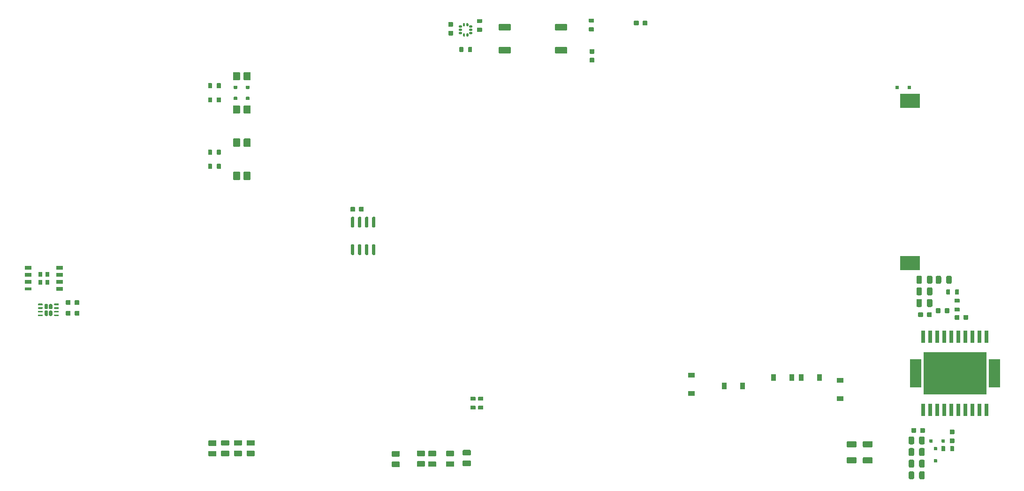
<source format=gtp>
G04 #@! TF.GenerationSoftware,KiCad,Pcbnew,8.0.9-8.0.9-0~ubuntu24.04.1*
G04 #@! TF.CreationDate,2026-01-23T21:30:28+00:00*
G04 #@! TF.ProjectId,hellen121vag,68656c6c-656e-4313-9231-7661672e6b69,d*
G04 #@! TF.SameCoordinates,PX2b953a0PY6943058*
G04 #@! TF.FileFunction,Paste,Top*
G04 #@! TF.FilePolarity,Positive*
%FSLAX46Y46*%
G04 Gerber Fmt 4.6, Leading zero omitted, Abs format (unit mm)*
G04 Created by KiCad (PCBNEW 8.0.9-8.0.9-0~ubuntu24.04.1) date 2026-01-23 21:30:28*
%MOMM*%
%LPD*%
G01*
G04 APERTURE LIST*
%ADD10O,0.000001X0.000001*%
%ADD11R,1.310000X0.650000*%
%ADD12R,1.310000X0.600000*%
%ADD13R,0.795000X0.900000*%
%ADD14R,1.200000X0.900000*%
%ADD15R,0.800000X2.200000*%
%ADD16R,2.032000X5.080000*%
%ADD17R,11.430000X7.620000*%
%ADD18R,3.600000X2.600000*%
%ADD19R,0.900000X1.200000*%
G04 APERTURE END LIST*
G04 #@! TO.C,U3*
G36*
G01*
X34145000Y64850000D02*
X33845000Y64850000D01*
G75*
G02*
X33695000Y65000000I0J150000D01*
G01*
X33695000Y66650000D01*
G75*
G02*
X33845000Y66800000I150000J0D01*
G01*
X34145000Y66800000D01*
G75*
G02*
X34295000Y66650000I0J-150000D01*
G01*
X34295000Y65000000D01*
G75*
G02*
X34145000Y64850000I-150000J0D01*
G01*
G37*
G36*
G01*
X35415000Y64850000D02*
X35115000Y64850000D01*
G75*
G02*
X34965000Y65000000I0J150000D01*
G01*
X34965000Y66650000D01*
G75*
G02*
X35115000Y66800000I150000J0D01*
G01*
X35415000Y66800000D01*
G75*
G02*
X35565000Y66650000I0J-150000D01*
G01*
X35565000Y65000000D01*
G75*
G02*
X35415000Y64850000I-150000J0D01*
G01*
G37*
G36*
G01*
X36685000Y64850000D02*
X36385000Y64850000D01*
G75*
G02*
X36235000Y65000000I0J150000D01*
G01*
X36235000Y66650000D01*
G75*
G02*
X36385000Y66800000I150000J0D01*
G01*
X36685000Y66800000D01*
G75*
G02*
X36835000Y66650000I0J-150000D01*
G01*
X36835000Y65000000D01*
G75*
G02*
X36685000Y64850000I-150000J0D01*
G01*
G37*
G36*
G01*
X37955000Y64850000D02*
X37655000Y64850000D01*
G75*
G02*
X37505000Y65000000I0J150000D01*
G01*
X37505000Y66650000D01*
G75*
G02*
X37655000Y66800000I150000J0D01*
G01*
X37955000Y66800000D01*
G75*
G02*
X38105000Y66650000I0J-150000D01*
G01*
X38105000Y65000000D01*
G75*
G02*
X37955000Y64850000I-150000J0D01*
G01*
G37*
G36*
G01*
X37955000Y69800000D02*
X37655000Y69800000D01*
G75*
G02*
X37505000Y69950000I0J150000D01*
G01*
X37505000Y71600000D01*
G75*
G02*
X37655000Y71750000I150000J0D01*
G01*
X37955000Y71750000D01*
G75*
G02*
X38105000Y71600000I0J-150000D01*
G01*
X38105000Y69950000D01*
G75*
G02*
X37955000Y69800000I-150000J0D01*
G01*
G37*
G36*
G01*
X36685000Y69800000D02*
X36385000Y69800000D01*
G75*
G02*
X36235000Y69950000I0J150000D01*
G01*
X36235000Y71600000D01*
G75*
G02*
X36385000Y71750000I150000J0D01*
G01*
X36685000Y71750000D01*
G75*
G02*
X36835000Y71600000I0J-150000D01*
G01*
X36835000Y69950000D01*
G75*
G02*
X36685000Y69800000I-150000J0D01*
G01*
G37*
G36*
G01*
X35415000Y69800000D02*
X35115000Y69800000D01*
G75*
G02*
X34965000Y69950000I0J150000D01*
G01*
X34965000Y71600000D01*
G75*
G02*
X35115000Y71750000I150000J0D01*
G01*
X35415000Y71750000D01*
G75*
G02*
X35565000Y71600000I0J-150000D01*
G01*
X35565000Y69950000D01*
G75*
G02*
X35415000Y69800000I-150000J0D01*
G01*
G37*
G36*
G01*
X34145000Y69800000D02*
X33845000Y69800000D01*
G75*
G02*
X33695000Y69950000I0J150000D01*
G01*
X33695000Y71600000D01*
G75*
G02*
X33845000Y71750000I150000J0D01*
G01*
X34145000Y71750000D01*
G75*
G02*
X34295000Y71600000I0J-150000D01*
G01*
X34295000Y69950000D01*
G75*
G02*
X34145000Y69800000I-150000J0D01*
G01*
G37*
G04 #@! TD*
G04 #@! TO.C,R22*
G36*
G01*
X143450000Y58565000D02*
X143450000Y57785000D01*
G75*
G02*
X143380000Y57715000I-70000J0D01*
G01*
X142820000Y57715000D01*
G75*
G02*
X142750000Y57785000I0J70000D01*
G01*
X142750000Y58565000D01*
G75*
G02*
X142820000Y58635000I70000J0D01*
G01*
X143380000Y58635000D01*
G75*
G02*
X143450000Y58565000I0J-70000D01*
G01*
G37*
G36*
G01*
X141850000Y58565000D02*
X141850000Y57785000D01*
G75*
G02*
X141780000Y57715000I-70000J0D01*
G01*
X141220000Y57715000D01*
G75*
G02*
X141150000Y57785000I0J70000D01*
G01*
X141150000Y58565000D01*
G75*
G02*
X141220000Y58635000I70000J0D01*
G01*
X141780000Y58635000D01*
G75*
G02*
X141850000Y58565000I0J-70000D01*
G01*
G37*
G04 #@! TD*
G04 #@! TO.C,C15*
G36*
G01*
X51360000Y106915001D02*
X52040000Y106915001D01*
G75*
G02*
X52125000Y106830001I0J-85000D01*
G01*
X52125000Y106150001D01*
G75*
G02*
X52040000Y106065001I-85000J0D01*
G01*
X51360000Y106065001D01*
G75*
G02*
X51275000Y106150001I0J85000D01*
G01*
X51275000Y106830001D01*
G75*
G02*
X51360000Y106915001I85000J0D01*
G01*
G37*
G36*
G01*
X51360000Y105334999D02*
X52040000Y105334999D01*
G75*
G02*
X52125000Y105249999I0J-85000D01*
G01*
X52125000Y104569999D01*
G75*
G02*
X52040000Y104484999I-85000J0D01*
G01*
X51360000Y104484999D01*
G75*
G02*
X51275000Y104569999I0J85000D01*
G01*
X51275000Y105249999D01*
G75*
G02*
X51360000Y105334999I85000J0D01*
G01*
G37*
G04 #@! TD*
G04 #@! TO.C,C6*
G36*
G01*
X77540000Y99584999D02*
X76860000Y99584999D01*
G75*
G02*
X76775000Y99669999I0J85000D01*
G01*
X76775000Y100349999D01*
G75*
G02*
X76860000Y100434999I85000J0D01*
G01*
X77540000Y100434999D01*
G75*
G02*
X77625000Y100349999I0J-85000D01*
G01*
X77625000Y99669999D01*
G75*
G02*
X77540000Y99584999I-85000J0D01*
G01*
G37*
G36*
G01*
X77540000Y101165001D02*
X76860000Y101165001D01*
G75*
G02*
X76775000Y101250001I0J85000D01*
G01*
X76775000Y101930001D01*
G75*
G02*
X76860000Y102015001I85000J0D01*
G01*
X77540000Y102015001D01*
G75*
G02*
X77625000Y101930001I0J-85000D01*
G01*
X77625000Y101250001D01*
G75*
G02*
X77540000Y101165001I-85000J0D01*
G01*
G37*
G04 #@! TD*
D10*
G04 #@! TO.C,M1*
X45912501Y97531666D03*
G04 #@! TD*
G04 #@! TO.C,U5*
G36*
G01*
X-21617501Y55214986D02*
X-21617501Y55864986D01*
G75*
G02*
X-21457501Y56024986I160000J0D01*
G01*
X-21137501Y56024986D01*
G75*
G02*
X-20977501Y55864986I0J-160000D01*
G01*
X-20977501Y55214986D01*
G75*
G02*
X-21137501Y55054986I-160000J0D01*
G01*
X-21457501Y55054986D01*
G75*
G02*
X-21617501Y55214986I0J160000D01*
G01*
G37*
G36*
G01*
X-21617501Y54014986D02*
X-21617501Y54664986D01*
G75*
G02*
X-21457501Y54824986I160000J0D01*
G01*
X-21137501Y54824986D01*
G75*
G02*
X-20977501Y54664986I0J-160000D01*
G01*
X-20977501Y54014986D01*
G75*
G02*
X-21137501Y53854986I-160000J0D01*
G01*
X-21457501Y53854986D01*
G75*
G02*
X-21617501Y54014986I0J160000D01*
G01*
G37*
G36*
G01*
X-20817501Y55214986D02*
X-20817501Y55864986D01*
G75*
G02*
X-20657501Y56024986I160000J0D01*
G01*
X-20337501Y56024986D01*
G75*
G02*
X-20177501Y55864986I0J-160000D01*
G01*
X-20177501Y55214986D01*
G75*
G02*
X-20337501Y55054986I-160000J0D01*
G01*
X-20657501Y55054986D01*
G75*
G02*
X-20817501Y55214986I0J160000D01*
G01*
G37*
G36*
G01*
X-20817501Y54014986D02*
X-20817501Y54664986D01*
G75*
G02*
X-20657501Y54824986I160000J0D01*
G01*
X-20337501Y54824986D01*
G75*
G02*
X-20177501Y54664986I0J-160000D01*
G01*
X-20177501Y54014986D01*
G75*
G02*
X-20337501Y53854986I-160000J0D01*
G01*
X-20657501Y53854986D01*
G75*
G02*
X-20817501Y54014986I0J160000D01*
G01*
G37*
G36*
G01*
X-22772501Y55839986D02*
X-22772501Y55989986D01*
G75*
G02*
X-22697501Y56064986I75000J0D01*
G01*
X-21997501Y56064986D01*
G75*
G02*
X-21922501Y55989986I0J-75000D01*
G01*
X-21922501Y55839986D01*
G75*
G02*
X-21997501Y55764986I-75000J0D01*
G01*
X-22697501Y55764986D01*
G75*
G02*
X-22772501Y55839986I0J75000D01*
G01*
G37*
G36*
G01*
X-22772501Y55189986D02*
X-22772501Y55339986D01*
G75*
G02*
X-22697501Y55414986I75000J0D01*
G01*
X-21997501Y55414986D01*
G75*
G02*
X-21922501Y55339986I0J-75000D01*
G01*
X-21922501Y55189986D01*
G75*
G02*
X-21997501Y55114986I-75000J0D01*
G01*
X-22697501Y55114986D01*
G75*
G02*
X-22772501Y55189986I0J75000D01*
G01*
G37*
G36*
G01*
X-22772501Y54539986D02*
X-22772501Y54689986D01*
G75*
G02*
X-22697501Y54764986I75000J0D01*
G01*
X-21997501Y54764986D01*
G75*
G02*
X-21922501Y54689986I0J-75000D01*
G01*
X-21922501Y54539986D01*
G75*
G02*
X-21997501Y54464986I-75000J0D01*
G01*
X-22697501Y54464986D01*
G75*
G02*
X-22772501Y54539986I0J75000D01*
G01*
G37*
G36*
G01*
X-22772501Y53889986D02*
X-22772501Y54039986D01*
G75*
G02*
X-22697501Y54114986I75000J0D01*
G01*
X-21997501Y54114986D01*
G75*
G02*
X-21922501Y54039986I0J-75000D01*
G01*
X-21922501Y53889986D01*
G75*
G02*
X-21997501Y53814986I-75000J0D01*
G01*
X-22697501Y53814986D01*
G75*
G02*
X-22772501Y53889986I0J75000D01*
G01*
G37*
G36*
G01*
X-19872501Y53889986D02*
X-19872501Y54039986D01*
G75*
G02*
X-19797501Y54114986I75000J0D01*
G01*
X-19097501Y54114986D01*
G75*
G02*
X-19022501Y54039986I0J-75000D01*
G01*
X-19022501Y53889986D01*
G75*
G02*
X-19097501Y53814986I-75000J0D01*
G01*
X-19797501Y53814986D01*
G75*
G02*
X-19872501Y53889986I0J75000D01*
G01*
G37*
G36*
G01*
X-19872501Y54539986D02*
X-19872501Y54689986D01*
G75*
G02*
X-19797501Y54764986I75000J0D01*
G01*
X-19097501Y54764986D01*
G75*
G02*
X-19022501Y54689986I0J-75000D01*
G01*
X-19022501Y54539986D01*
G75*
G02*
X-19097501Y54464986I-75000J0D01*
G01*
X-19797501Y54464986D01*
G75*
G02*
X-19872501Y54539986I0J75000D01*
G01*
G37*
G36*
G01*
X-19872501Y55189986D02*
X-19872501Y55339986D01*
G75*
G02*
X-19797501Y55414986I75000J0D01*
G01*
X-19097501Y55414986D01*
G75*
G02*
X-19022501Y55339986I0J-75000D01*
G01*
X-19022501Y55189986D01*
G75*
G02*
X-19097501Y55114986I-75000J0D01*
G01*
X-19797501Y55114986D01*
G75*
G02*
X-19872501Y55189986I0J75000D01*
G01*
G37*
G36*
G01*
X-19872501Y55839986D02*
X-19872501Y55989986D01*
G75*
G02*
X-19797501Y56064986I75000J0D01*
G01*
X-19097501Y56064986D01*
G75*
G02*
X-19022501Y55989986I0J-75000D01*
G01*
X-19022501Y55839986D01*
G75*
G02*
X-19097501Y55764986I-75000J0D01*
G01*
X-19797501Y55764986D01*
G75*
G02*
X-19872501Y55839986I0J75000D01*
G01*
G37*
G04 #@! TD*
G04 #@! TO.C,M6*
X95546542Y48347505D03*
G04 #@! TD*
G04 #@! TO.C,C18*
G36*
G01*
X-17752501Y53985000D02*
X-17752501Y54665000D01*
G75*
G02*
X-17667501Y54750000I85000J0D01*
G01*
X-16987501Y54750000D01*
G75*
G02*
X-16902501Y54665000I0J-85000D01*
G01*
X-16902501Y53985000D01*
G75*
G02*
X-16987501Y53900000I-85000J0D01*
G01*
X-17667501Y53900000D01*
G75*
G02*
X-17752501Y53985000I0J85000D01*
G01*
G37*
G36*
G01*
X-16172499Y53985000D02*
X-16172499Y54665000D01*
G75*
G02*
X-16087499Y54750000I85000J0D01*
G01*
X-15407499Y54750000D01*
G75*
G02*
X-15322499Y54665000I0J-85000D01*
G01*
X-15322499Y53985000D01*
G75*
G02*
X-15407499Y53900000I-85000J0D01*
G01*
X-16087499Y53900000D01*
G75*
G02*
X-16172499Y53985000I0J85000D01*
G01*
G37*
G04 #@! TD*
G04 #@! TO.C,D8*
G36*
G01*
X14312000Y90505000D02*
X14312000Y91745000D01*
G75*
G02*
X14442000Y91875000I130000J0D01*
G01*
X15482000Y91875000D01*
G75*
G02*
X15612000Y91745000I0J-130000D01*
G01*
X15612000Y90505000D01*
G75*
G02*
X15482000Y90375000I-130000J0D01*
G01*
X14442000Y90375000D01*
G75*
G02*
X14312000Y90505000I0J130000D01*
G01*
G37*
G36*
G01*
X12411979Y90505000D02*
X12411979Y91745000D01*
G75*
G02*
X12541979Y91875000I130000J0D01*
G01*
X13581979Y91875000D01*
G75*
G02*
X13711979Y91745000I0J-130000D01*
G01*
X13711979Y90505000D01*
G75*
G02*
X13581979Y90375000I-130000J0D01*
G01*
X12541979Y90375000D01*
G75*
G02*
X12411979Y90505000I0J130000D01*
G01*
G37*
G04 #@! TD*
G04 #@! TO.C,R13*
G36*
G01*
X8075000Y31375001D02*
X9325000Y31375001D01*
G75*
G02*
X9425000Y31275001I0J-100000D01*
G01*
X9425000Y30475001D01*
G75*
G02*
X9325000Y30375001I-100000J0D01*
G01*
X8075000Y30375001D01*
G75*
G02*
X7975000Y30475001I0J100000D01*
G01*
X7975000Y31275001D01*
G75*
G02*
X8075000Y31375001I100000J0D01*
G01*
G37*
G36*
G01*
X8075000Y29474979D02*
X9325000Y29474979D01*
G75*
G02*
X9425000Y29374979I0J-100000D01*
G01*
X9425000Y28574979D01*
G75*
G02*
X9325000Y28474979I-100000J0D01*
G01*
X8075000Y28474979D01*
G75*
G02*
X7975000Y28574979I0J100000D01*
G01*
X7975000Y29374979D01*
G75*
G02*
X8075000Y29474979I100000J0D01*
G01*
G37*
G04 #@! TD*
G04 #@! TO.C,R4*
G36*
G01*
X55225000Y26749999D02*
X53975000Y26749999D01*
G75*
G02*
X53875000Y26849999I0J100000D01*
G01*
X53875000Y27649999D01*
G75*
G02*
X53975000Y27749999I100000J0D01*
G01*
X55225000Y27749999D01*
G75*
G02*
X55325000Y27649999I0J-100000D01*
G01*
X55325000Y26849999D01*
G75*
G02*
X55225000Y26749999I-100000J0D01*
G01*
G37*
G36*
G01*
X55225000Y28650021D02*
X53975000Y28650021D01*
G75*
G02*
X53875000Y28750021I0J100000D01*
G01*
X53875000Y29550021D01*
G75*
G02*
X53975000Y29650021I100000J0D01*
G01*
X55225000Y29650021D01*
G75*
G02*
X55325000Y29550021I0J-100000D01*
G01*
X55325000Y28750021D01*
G75*
G02*
X55225000Y28650021I-100000J0D01*
G01*
G37*
G04 #@! TD*
G04 #@! TO.C,R16*
G36*
G01*
X10212000Y95790000D02*
X10212000Y95010000D01*
G75*
G02*
X10142000Y94940000I-70000J0D01*
G01*
X9582000Y94940000D01*
G75*
G02*
X9512000Y95010000I0J70000D01*
G01*
X9512000Y95790000D01*
G75*
G02*
X9582000Y95860000I70000J0D01*
G01*
X10142000Y95860000D01*
G75*
G02*
X10212000Y95790000I0J-70000D01*
G01*
G37*
G36*
G01*
X8612000Y95790000D02*
X8612000Y95010000D01*
G75*
G02*
X8542000Y94940000I-70000J0D01*
G01*
X7982000Y94940000D01*
G75*
G02*
X7912000Y95010000I0J70000D01*
G01*
X7912000Y95790000D01*
G75*
G02*
X7982000Y95860000I70000J0D01*
G01*
X8542000Y95860000D01*
G75*
G02*
X8612000Y95790000I0J-70000D01*
G01*
G37*
G04 #@! TD*
G04 #@! TO.C,C5*
G36*
G01*
X145122001Y53932163D02*
X145122001Y53252163D01*
G75*
G02*
X145037001Y53167163I-85000J0D01*
G01*
X144357001Y53167163D01*
G75*
G02*
X144272001Y53252163I0J85000D01*
G01*
X144272001Y53932163D01*
G75*
G02*
X144357001Y54017163I85000J0D01*
G01*
X145037001Y54017163D01*
G75*
G02*
X145122001Y53932163I0J-85000D01*
G01*
G37*
G36*
G01*
X143541999Y53932163D02*
X143541999Y53252163D01*
G75*
G02*
X143456999Y53167163I-85000J0D01*
G01*
X142776999Y53167163D01*
G75*
G02*
X142691999Y53252163I0J85000D01*
G01*
X142691999Y53932163D01*
G75*
G02*
X142776999Y54017163I85000J0D01*
G01*
X143456999Y54017163D01*
G75*
G02*
X143541999Y53932163I0J-85000D01*
G01*
G37*
G04 #@! TD*
G04 #@! TO.C,C11*
G36*
G01*
X134362000Y30900000D02*
X134362000Y31850000D01*
G75*
G02*
X134612000Y32100000I250000J0D01*
G01*
X135112000Y32100000D01*
G75*
G02*
X135362000Y31850000I0J-250000D01*
G01*
X135362000Y30900000D01*
G75*
G02*
X135112000Y30650000I-250000J0D01*
G01*
X134612000Y30650000D01*
G75*
G02*
X134362000Y30900000I0J250000D01*
G01*
G37*
G36*
G01*
X136262000Y30900000D02*
X136262000Y31850000D01*
G75*
G02*
X136512000Y32100000I250000J0D01*
G01*
X137012000Y32100000D01*
G75*
G02*
X137262000Y31850000I0J-250000D01*
G01*
X137262000Y30900000D01*
G75*
G02*
X137012000Y30650000I-250000J0D01*
G01*
X136512000Y30650000D01*
G75*
G02*
X136262000Y30900000I0J250000D01*
G01*
G37*
G04 #@! TD*
G04 #@! TO.C,R8*
G36*
G01*
X47725000Y29500001D02*
X48975000Y29500001D01*
G75*
G02*
X49075000Y29400001I0J-100000D01*
G01*
X49075000Y28600001D01*
G75*
G02*
X48975000Y28500001I-100000J0D01*
G01*
X47725000Y28500001D01*
G75*
G02*
X47625000Y28600001I0J100000D01*
G01*
X47625000Y29400001D01*
G75*
G02*
X47725000Y29500001I100000J0D01*
G01*
G37*
G36*
G01*
X47725000Y27599979D02*
X48975000Y27599979D01*
G75*
G02*
X49075000Y27499979I0J-100000D01*
G01*
X49075000Y26699979D01*
G75*
G02*
X48975000Y26599979I-100000J0D01*
G01*
X47725000Y26599979D01*
G75*
G02*
X47625000Y26699979I0J100000D01*
G01*
X47625000Y27499979D01*
G75*
G02*
X47725000Y27599979I100000J0D01*
G01*
G37*
G04 #@! TD*
D11*
G04 #@! TO.C,U4*
X-24582500Y62530000D03*
X-24582500Y61260000D03*
X-24582500Y59990000D03*
D12*
X-24582500Y58720000D03*
D11*
X-18892500Y58720000D03*
X-18892500Y59990000D03*
X-18892500Y61260000D03*
X-18892500Y62530000D03*
D13*
X-22400000Y61375000D03*
X-22400000Y59875000D03*
X-21075000Y61375000D03*
X-21075000Y59875000D03*
G04 #@! TD*
G04 #@! TO.C,F1*
G36*
G01*
X124975000Y28119990D02*
X124975000Y27429990D01*
G75*
G02*
X124745000Y27199990I-230000J0D01*
G01*
X123405000Y27199990D01*
G75*
G02*
X123175000Y27429990I0J230000D01*
G01*
X123175000Y28119990D01*
G75*
G02*
X123405000Y28349990I230000J0D01*
G01*
X124745000Y28349990D01*
G75*
G02*
X124975000Y28119990I0J-230000D01*
G01*
G37*
G36*
G01*
X124975000Y31020010D02*
X124975000Y30330010D01*
G75*
G02*
X124745000Y30100010I-230000J0D01*
G01*
X123405000Y30100010D01*
G75*
G02*
X123175000Y30330010I0J230000D01*
G01*
X123175000Y31020010D01*
G75*
G02*
X123405000Y31250010I230000J0D01*
G01*
X124745000Y31250010D01*
G75*
G02*
X124975000Y31020010I0J-230000D01*
G01*
G37*
G04 #@! TD*
D14*
G04 #@! TO.C,D10*
X122016200Y38951200D03*
X122016200Y42251200D03*
G04 #@! TD*
D15*
G04 #@! TO.C,U1*
X136992000Y36892163D03*
X138262000Y36892163D03*
X139532000Y36892163D03*
X140802000Y36892163D03*
X142072000Y36892163D03*
X143342000Y36892163D03*
X144612000Y36892163D03*
X145882000Y36892163D03*
X147152000Y36892163D03*
X148422000Y36892163D03*
X148422000Y50092163D03*
X147152000Y50092163D03*
X145882000Y50092163D03*
X144612000Y50092163D03*
X143342000Y50092163D03*
X142072000Y50092163D03*
X140802000Y50092163D03*
X139532000Y50092163D03*
X138262000Y50092163D03*
X136992000Y50092163D03*
D16*
X135595000Y43492163D03*
D17*
X142707000Y43492163D03*
D16*
X149819000Y43492163D03*
G04 #@! TD*
G04 #@! TO.C,R21*
G36*
G01*
X10212000Y81240000D02*
X10212000Y80460000D01*
G75*
G02*
X10142000Y80390000I-70000J0D01*
G01*
X9582000Y80390000D01*
G75*
G02*
X9512000Y80460000I0J70000D01*
G01*
X9512000Y81240000D01*
G75*
G02*
X9582000Y81310000I70000J0D01*
G01*
X10142000Y81310000D01*
G75*
G02*
X10212000Y81240000I0J-70000D01*
G01*
G37*
G36*
G01*
X8612000Y81240000D02*
X8612000Y80460000D01*
G75*
G02*
X8542000Y80390000I-70000J0D01*
G01*
X7982000Y80390000D01*
G75*
G02*
X7912000Y80460000I0J70000D01*
G01*
X7912000Y81240000D01*
G75*
G02*
X7982000Y81310000I70000J0D01*
G01*
X8542000Y81310000D01*
G75*
G02*
X8612000Y81240000I0J-70000D01*
G01*
G37*
G04 #@! TD*
D10*
G04 #@! TO.C,M10*
X25350001Y74749997D03*
G04 #@! TD*
G04 #@! TO.C,D4*
G36*
G01*
X14312000Y96505000D02*
X14312000Y97745000D01*
G75*
G02*
X14442000Y97875000I130000J0D01*
G01*
X15482000Y97875000D01*
G75*
G02*
X15612000Y97745000I0J-130000D01*
G01*
X15612000Y96505000D01*
G75*
G02*
X15482000Y96375000I-130000J0D01*
G01*
X14442000Y96375000D01*
G75*
G02*
X14312000Y96505000I0J130000D01*
G01*
G37*
G36*
G01*
X12411979Y96505000D02*
X12411979Y97745000D01*
G75*
G02*
X12541979Y97875000I130000J0D01*
G01*
X13581979Y97875000D01*
G75*
G02*
X13711979Y97745000I0J-130000D01*
G01*
X13711979Y96505000D01*
G75*
G02*
X13581979Y96375000I-130000J0D01*
G01*
X12541979Y96375000D01*
G75*
G02*
X12411979Y96505000I0J130000D01*
G01*
G37*
G04 #@! TD*
G04 #@! TO.C,C16*
G36*
G01*
X36015001Y73440000D02*
X36015001Y72760000D01*
G75*
G02*
X35930001Y72675000I-85000J0D01*
G01*
X35250001Y72675000D01*
G75*
G02*
X35165001Y72760000I0J85000D01*
G01*
X35165001Y73440000D01*
G75*
G02*
X35250001Y73525000I85000J0D01*
G01*
X35930001Y73525000D01*
G75*
G02*
X36015001Y73440000I0J-85000D01*
G01*
G37*
G36*
G01*
X34434999Y73440000D02*
X34434999Y72760000D01*
G75*
G02*
X34349999Y72675000I-85000J0D01*
G01*
X33669999Y72675000D01*
G75*
G02*
X33584999Y72760000I0J85000D01*
G01*
X33584999Y73440000D01*
G75*
G02*
X33669999Y73525000I85000J0D01*
G01*
X34349999Y73525000D01*
G75*
G02*
X34434999Y73440000I0J-85000D01*
G01*
G37*
G04 #@! TD*
G04 #@! TO.C,S1*
G36*
G01*
X60482000Y106600001D02*
X62442000Y106600001D01*
G75*
G02*
X62562000Y106480001I0J-120000D01*
G01*
X62562000Y105520001D01*
G75*
G02*
X62442000Y105400001I-120000J0D01*
G01*
X60482000Y105400001D01*
G75*
G02*
X60362000Y105520001I0J120000D01*
G01*
X60362000Y106480001D01*
G75*
G02*
X60482000Y106600001I120000J0D01*
G01*
G37*
G36*
G01*
X60482000Y102400000D02*
X62442000Y102400000D01*
G75*
G02*
X62562000Y102280000I0J-120000D01*
G01*
X62562000Y101320000D01*
G75*
G02*
X62442000Y101200000I-120000J0D01*
G01*
X60482000Y101200000D01*
G75*
G02*
X60362000Y101320000I0J120000D01*
G01*
X60362000Y102280000D01*
G75*
G02*
X60482000Y102400000I120000J0D01*
G01*
G37*
G04 #@! TD*
D18*
G04 #@! TO.C,BT1*
X134600000Y92700000D03*
X134600000Y63400000D03*
G04 #@! TD*
G04 #@! TO.C,C19*
G36*
G01*
X-17752501Y55925000D02*
X-17752501Y56605000D01*
G75*
G02*
X-17667501Y56690000I85000J0D01*
G01*
X-16987501Y56690000D01*
G75*
G02*
X-16902501Y56605000I0J-85000D01*
G01*
X-16902501Y55925000D01*
G75*
G02*
X-16987501Y55840000I-85000J0D01*
G01*
X-17667501Y55840000D01*
G75*
G02*
X-17752501Y55925000I0J85000D01*
G01*
G37*
G36*
G01*
X-16172499Y55925000D02*
X-16172499Y56605000D01*
G75*
G02*
X-16087499Y56690000I85000J0D01*
G01*
X-15407499Y56690000D01*
G75*
G02*
X-15322499Y56605000I0J-85000D01*
G01*
X-15322499Y55925000D01*
G75*
G02*
X-15407499Y55840000I-85000J0D01*
G01*
X-16087499Y55840000D01*
G75*
G02*
X-16172499Y55925000I0J85000D01*
G01*
G37*
G04 #@! TD*
G04 #@! TO.C,R5*
G36*
G01*
X142717000Y56942163D02*
X143497000Y56942163D01*
G75*
G02*
X143567000Y56872163I0J-70000D01*
G01*
X143567000Y56312163D01*
G75*
G02*
X143497000Y56242163I-70000J0D01*
G01*
X142717000Y56242163D01*
G75*
G02*
X142647000Y56312163I0J70000D01*
G01*
X142647000Y56872163D01*
G75*
G02*
X142717000Y56942163I70000J0D01*
G01*
G37*
G36*
G01*
X142717000Y55342163D02*
X143497000Y55342163D01*
G75*
G02*
X143567000Y55272163I0J-70000D01*
G01*
X143567000Y54712163D01*
G75*
G02*
X143497000Y54642163I-70000J0D01*
G01*
X142717000Y54642163D01*
G75*
G02*
X142647000Y54712163I0J70000D01*
G01*
X142647000Y55272163D01*
G75*
G02*
X142717000Y55342163I70000J0D01*
G01*
G37*
G04 #@! TD*
G04 #@! TO.C,U2*
G36*
G01*
X54200000Y104300000D02*
X54000000Y104300000D01*
G75*
G02*
X53900000Y104400000I0J100000D01*
G01*
X53900000Y104750000D01*
G75*
G02*
X54000000Y104850000I100000J0D01*
G01*
X54200000Y104850000D01*
G75*
G02*
X54300000Y104750000I0J-100000D01*
G01*
X54300000Y104400000D01*
G75*
G02*
X54200000Y104300000I-100000J0D01*
G01*
G37*
G36*
G01*
X54800000Y104300000D02*
X54600000Y104300000D01*
G75*
G02*
X54500000Y104400000I0J100000D01*
G01*
X54500000Y104750000D01*
G75*
G02*
X54600000Y104850000I100000J0D01*
G01*
X54800000Y104850000D01*
G75*
G02*
X54900000Y104750000I0J-100000D01*
G01*
X54900000Y104400000D01*
G75*
G02*
X54800000Y104300000I-100000J0D01*
G01*
G37*
G36*
G01*
X55500000Y104700000D02*
X55150000Y104700000D01*
G75*
G02*
X55050000Y104800000I0J100000D01*
G01*
X55050000Y105000000D01*
G75*
G02*
X55150000Y105100000I100000J0D01*
G01*
X55500000Y105100000D01*
G75*
G02*
X55600000Y105000000I0J-100000D01*
G01*
X55600000Y104800000D01*
G75*
G02*
X55500000Y104700000I-100000J0D01*
G01*
G37*
G36*
G01*
X55500000Y105300000D02*
X55150000Y105300000D01*
G75*
G02*
X55050000Y105400000I0J100000D01*
G01*
X55050000Y105600000D01*
G75*
G02*
X55150000Y105700000I100000J0D01*
G01*
X55500000Y105700000D01*
G75*
G02*
X55600000Y105600000I0J-100000D01*
G01*
X55600000Y105400000D01*
G75*
G02*
X55500000Y105300000I-100000J0D01*
G01*
G37*
G36*
G01*
X55500000Y105900000D02*
X55150000Y105900000D01*
G75*
G02*
X55050000Y106000000I0J100000D01*
G01*
X55050000Y106200000D01*
G75*
G02*
X55150000Y106300000I100000J0D01*
G01*
X55500000Y106300000D01*
G75*
G02*
X55600000Y106200000I0J-100000D01*
G01*
X55600000Y106000000D01*
G75*
G02*
X55500000Y105900000I-100000J0D01*
G01*
G37*
G36*
G01*
X54800000Y106150000D02*
X54600000Y106150000D01*
G75*
G02*
X54500000Y106250000I0J100000D01*
G01*
X54500000Y106600000D01*
G75*
G02*
X54600000Y106700000I100000J0D01*
G01*
X54800000Y106700000D01*
G75*
G02*
X54900000Y106600000I0J-100000D01*
G01*
X54900000Y106250000D01*
G75*
G02*
X54800000Y106150000I-100000J0D01*
G01*
G37*
G36*
G01*
X54200000Y106150000D02*
X54000000Y106150000D01*
G75*
G02*
X53900000Y106250000I0J100000D01*
G01*
X53900000Y106600000D01*
G75*
G02*
X54000000Y106700000I100000J0D01*
G01*
X54200000Y106700000D01*
G75*
G02*
X54300000Y106600000I0J-100000D01*
G01*
X54300000Y106250000D01*
G75*
G02*
X54200000Y106150000I-100000J0D01*
G01*
G37*
G36*
G01*
X53650000Y105900000D02*
X53300000Y105900000D01*
G75*
G02*
X53200000Y106000000I0J100000D01*
G01*
X53200000Y106200000D01*
G75*
G02*
X53300000Y106300000I100000J0D01*
G01*
X53650000Y106300000D01*
G75*
G02*
X53750000Y106200000I0J-100000D01*
G01*
X53750000Y106000000D01*
G75*
G02*
X53650000Y105900000I-100000J0D01*
G01*
G37*
G36*
G01*
X53650000Y105300000D02*
X53300000Y105300000D01*
G75*
G02*
X53200000Y105400000I0J100000D01*
G01*
X53200000Y105600000D01*
G75*
G02*
X53300000Y105700000I100000J0D01*
G01*
X53650000Y105700000D01*
G75*
G02*
X53750000Y105600000I0J-100000D01*
G01*
X53750000Y105400000D01*
G75*
G02*
X53650000Y105300000I-100000J0D01*
G01*
G37*
G36*
G01*
X53650000Y104700000D02*
X53300000Y104700000D01*
G75*
G02*
X53200000Y104800000I0J100000D01*
G01*
X53200000Y105000000D01*
G75*
G02*
X53300000Y105100000I100000J0D01*
G01*
X53650000Y105100000D01*
G75*
G02*
X53750000Y105000000I0J-100000D01*
G01*
X53750000Y104800000D01*
G75*
G02*
X53650000Y104700000I-100000J0D01*
G01*
G37*
G04 #@! TD*
G04 #@! TO.C,D5*
G36*
G01*
X15302000Y92825000D02*
X14822000Y92825000D01*
G75*
G02*
X14762000Y92885000I0J60000D01*
G01*
X14762000Y93365000D01*
G75*
G02*
X14822000Y93425000I60000J0D01*
G01*
X15302000Y93425000D01*
G75*
G02*
X15362000Y93365000I0J-60000D01*
G01*
X15362000Y92885000D01*
G75*
G02*
X15302000Y92825000I-60000J0D01*
G01*
G37*
G36*
G01*
X13102000Y92825000D02*
X12622000Y92825000D01*
G75*
G02*
X12562000Y92885000I0J60000D01*
G01*
X12562000Y93365000D01*
G75*
G02*
X12622000Y93425000I60000J0D01*
G01*
X13102000Y93425000D01*
G75*
G02*
X13162000Y93365000I0J-60000D01*
G01*
X13162000Y92885000D01*
G75*
G02*
X13102000Y92825000I-60000J0D01*
G01*
G37*
G04 #@! TD*
G04 #@! TO.C,R18*
G36*
G01*
X53274986Y101550001D02*
X53274986Y102330001D01*
G75*
G02*
X53344986Y102400001I70000J0D01*
G01*
X53904986Y102400001D01*
G75*
G02*
X53974986Y102330001I0J-70000D01*
G01*
X53974986Y101550001D01*
G75*
G02*
X53904986Y101480001I-70000J0D01*
G01*
X53344986Y101480001D01*
G75*
G02*
X53274986Y101550001I0J70000D01*
G01*
G37*
G36*
G01*
X54874986Y101550001D02*
X54874986Y102330001D01*
G75*
G02*
X54944986Y102400001I70000J0D01*
G01*
X55504986Y102400001D01*
G75*
G02*
X55574986Y102330001I0J-70000D01*
G01*
X55574986Y101550001D01*
G75*
G02*
X55504986Y101480001I-70000J0D01*
G01*
X54944986Y101480001D01*
G75*
G02*
X54874986Y101550001I0J70000D01*
G01*
G37*
G04 #@! TD*
G04 #@! TO.C,R10*
G36*
G01*
X12675000Y31425001D02*
X13925000Y31425001D01*
G75*
G02*
X14025000Y31325001I0J-100000D01*
G01*
X14025000Y30525001D01*
G75*
G02*
X13925000Y30425001I-100000J0D01*
G01*
X12675000Y30425001D01*
G75*
G02*
X12575000Y30525001I0J100000D01*
G01*
X12575000Y31325001D01*
G75*
G02*
X12675000Y31425001I100000J0D01*
G01*
G37*
G36*
G01*
X12675000Y29524979D02*
X13925000Y29524979D01*
G75*
G02*
X14025000Y29424979I0J-100000D01*
G01*
X14025000Y28624979D01*
G75*
G02*
X13925000Y28524979I-100000J0D01*
G01*
X12675000Y28524979D01*
G75*
G02*
X12575000Y28624979I0J100000D01*
G01*
X12575000Y29424979D01*
G75*
G02*
X12675000Y29524979I100000J0D01*
G01*
G37*
G04 #@! TD*
G04 #@! TO.C,D3*
G36*
G01*
X15302000Y94825000D02*
X14822000Y94825000D01*
G75*
G02*
X14762000Y94885000I0J60000D01*
G01*
X14762000Y95365000D01*
G75*
G02*
X14822000Y95425000I60000J0D01*
G01*
X15302000Y95425000D01*
G75*
G02*
X15362000Y95365000I0J-60000D01*
G01*
X15362000Y94885000D01*
G75*
G02*
X15302000Y94825000I-60000J0D01*
G01*
G37*
G36*
G01*
X13102000Y94825000D02*
X12622000Y94825000D01*
G75*
G02*
X12562000Y94885000I0J60000D01*
G01*
X12562000Y95365000D01*
G75*
G02*
X12622000Y95425000I60000J0D01*
G01*
X13102000Y95425000D01*
G75*
G02*
X13162000Y95365000I0J-60000D01*
G01*
X13162000Y94885000D01*
G75*
G02*
X13102000Y94825000I-60000J0D01*
G01*
G37*
G04 #@! TD*
G04 #@! TO.C,R9*
G36*
G01*
X52225000Y26599999D02*
X50975000Y26599999D01*
G75*
G02*
X50875000Y26699999I0J100000D01*
G01*
X50875000Y27499999D01*
G75*
G02*
X50975000Y27599999I100000J0D01*
G01*
X52225000Y27599999D01*
G75*
G02*
X52325000Y27499999I0J-100000D01*
G01*
X52325000Y26699999D01*
G75*
G02*
X52225000Y26599999I-100000J0D01*
G01*
G37*
G36*
G01*
X52225000Y28500021D02*
X50975000Y28500021D01*
G75*
G02*
X50875000Y28600021I0J100000D01*
G01*
X50875000Y29400021D01*
G75*
G02*
X50975000Y29500021I100000J0D01*
G01*
X52225000Y29500021D01*
G75*
G02*
X52325000Y29400021I0J-100000D01*
G01*
X52325000Y28600021D01*
G75*
G02*
X52225000Y28500021I-100000J0D01*
G01*
G37*
G04 #@! TD*
G04 #@! TO.C,C8*
G36*
G01*
X135762000Y57804000D02*
X135762000Y58754000D01*
G75*
G02*
X136012000Y59004000I250000J0D01*
G01*
X136512000Y59004000D01*
G75*
G02*
X136762000Y58754000I0J-250000D01*
G01*
X136762000Y57804000D01*
G75*
G02*
X136512000Y57554000I-250000J0D01*
G01*
X136012000Y57554000D01*
G75*
G02*
X135762000Y57804000I0J250000D01*
G01*
G37*
G36*
G01*
X137662000Y57804000D02*
X137662000Y58754000D01*
G75*
G02*
X137912000Y59004000I250000J0D01*
G01*
X138412000Y59004000D01*
G75*
G02*
X138662000Y58754000I0J-250000D01*
G01*
X138662000Y57804000D01*
G75*
G02*
X138412000Y57554000I-250000J0D01*
G01*
X137912000Y57554000D01*
G75*
G02*
X137662000Y57804000I0J250000D01*
G01*
G37*
G04 #@! TD*
G04 #@! TO.C,D9*
G36*
G01*
X132060000Y95400000D02*
X132540000Y95400000D01*
G75*
G02*
X132600000Y95340000I0J-60000D01*
G01*
X132600000Y94860000D01*
G75*
G02*
X132540000Y94800000I-60000J0D01*
G01*
X132060000Y94800000D01*
G75*
G02*
X132000000Y94860000I0J60000D01*
G01*
X132000000Y95340000D01*
G75*
G02*
X132060000Y95400000I60000J0D01*
G01*
G37*
G36*
G01*
X134260000Y95400000D02*
X134740000Y95400000D01*
G75*
G02*
X134800000Y95340000I0J-60000D01*
G01*
X134800000Y94860000D01*
G75*
G02*
X134740000Y94800000I-60000J0D01*
G01*
X134260000Y94800000D01*
G75*
G02*
X134200000Y94860000I0J60000D01*
G01*
X134200000Y95340000D01*
G75*
G02*
X134260000Y95400000I60000J0D01*
G01*
G37*
G04 #@! TD*
G04 #@! TO.C,R6*
G36*
G01*
X56735000Y39248941D02*
X57515000Y39248941D01*
G75*
G02*
X57585000Y39178941I0J-70000D01*
G01*
X57585000Y38618941D01*
G75*
G02*
X57515000Y38548941I-70000J0D01*
G01*
X56735000Y38548941D01*
G75*
G02*
X56665000Y38618941I0J70000D01*
G01*
X56665000Y39178941D01*
G75*
G02*
X56735000Y39248941I70000J0D01*
G01*
G37*
G36*
G01*
X56735000Y37648941D02*
X57515000Y37648941D01*
G75*
G02*
X57585000Y37578941I0J-70000D01*
G01*
X57585000Y37018941D01*
G75*
G02*
X57515000Y36948941I-70000J0D01*
G01*
X56735000Y36948941D01*
G75*
G02*
X56665000Y37018941I0J70000D01*
G01*
X56665000Y37578941D01*
G75*
G02*
X56735000Y37648941I70000J0D01*
G01*
G37*
G04 #@! TD*
G04 #@! TO.C,R19*
G36*
G01*
X56510000Y107450000D02*
X57290000Y107450000D01*
G75*
G02*
X57360000Y107380000I0J-70000D01*
G01*
X57360000Y106820000D01*
G75*
G02*
X57290000Y106750000I-70000J0D01*
G01*
X56510000Y106750000D01*
G75*
G02*
X56440000Y106820000I0J70000D01*
G01*
X56440000Y107380000D01*
G75*
G02*
X56510000Y107450000I70000J0D01*
G01*
G37*
G36*
G01*
X56510000Y105850000D02*
X57290000Y105850000D01*
G75*
G02*
X57360000Y105780000I0J-70000D01*
G01*
X57360000Y105220000D01*
G75*
G02*
X57290000Y105150000I-70000J0D01*
G01*
X56510000Y105150000D01*
G75*
G02*
X56440000Y105220000I0J70000D01*
G01*
X56440000Y105780000D01*
G75*
G02*
X56510000Y105850000I70000J0D01*
G01*
G37*
G04 #@! TD*
D19*
G04 #@! TO.C,D12*
X113303000Y42709400D03*
X110003000Y42709400D03*
G04 #@! TD*
G04 #@! TO.C,D11*
X114981400Y42709400D03*
X118281400Y42709400D03*
G04 #@! TD*
G04 #@! TO.C,C10*
G36*
G01*
X142150000Y60850000D02*
X142150000Y59900000D01*
G75*
G02*
X141900000Y59650000I-250000J0D01*
G01*
X141400000Y59650000D01*
G75*
G02*
X141150000Y59900000I0J250000D01*
G01*
X141150000Y60850000D01*
G75*
G02*
X141400000Y61100000I250000J0D01*
G01*
X141900000Y61100000D01*
G75*
G02*
X142150000Y60850000I0J-250000D01*
G01*
G37*
G36*
G01*
X140250000Y60850000D02*
X140250000Y59900000D01*
G75*
G02*
X140000000Y59650000I-250000J0D01*
G01*
X139500000Y59650000D01*
G75*
G02*
X139250000Y59900000I0J250000D01*
G01*
X139250000Y60850000D01*
G75*
G02*
X139500000Y61100000I250000J0D01*
G01*
X140000000Y61100000D01*
G75*
G02*
X140250000Y60850000I0J-250000D01*
G01*
G37*
G04 #@! TD*
G04 #@! TO.C,R2*
G36*
G01*
X46950000Y26619999D02*
X45700000Y26619999D01*
G75*
G02*
X45600000Y26719999I0J100000D01*
G01*
X45600000Y27519999D01*
G75*
G02*
X45700000Y27619999I100000J0D01*
G01*
X46950000Y27619999D01*
G75*
G02*
X47050000Y27519999I0J-100000D01*
G01*
X47050000Y26719999D01*
G75*
G02*
X46950000Y26619999I-100000J0D01*
G01*
G37*
G36*
G01*
X46950000Y28520021D02*
X45700000Y28520021D01*
G75*
G02*
X45600000Y28620021I0J100000D01*
G01*
X45600000Y29420021D01*
G75*
G02*
X45700000Y29520021I100000J0D01*
G01*
X46950000Y29520021D01*
G75*
G02*
X47050000Y29420021I0J-100000D01*
G01*
X47050000Y28620021D01*
G75*
G02*
X46950000Y28520021I-100000J0D01*
G01*
G37*
G04 #@! TD*
G04 #@! TO.C,D14*
X104350000Y41175000D03*
X101050000Y41175000D03*
G04 #@! TD*
G04 #@! TO.C,R12*
G36*
G01*
X14975000Y31425022D02*
X16225000Y31425022D01*
G75*
G02*
X16325000Y31325022I0J-100000D01*
G01*
X16325000Y30525022D01*
G75*
G02*
X16225000Y30425022I-100000J0D01*
G01*
X14975000Y30425022D01*
G75*
G02*
X14875000Y30525022I0J100000D01*
G01*
X14875000Y31325022D01*
G75*
G02*
X14975000Y31425022I100000J0D01*
G01*
G37*
G36*
G01*
X14975000Y29525000D02*
X16225000Y29525000D01*
G75*
G02*
X16325000Y29425000I0J-100000D01*
G01*
X16325000Y28625000D01*
G75*
G02*
X16225000Y28525000I-100000J0D01*
G01*
X14975000Y28525000D01*
G75*
G02*
X14875000Y28625000I0J100000D01*
G01*
X14875000Y29425000D01*
G75*
G02*
X14975000Y29525000I100000J0D01*
G01*
G37*
G04 #@! TD*
G04 #@! TO.C,F2*
G36*
G01*
X127875000Y28119990D02*
X127875000Y27429990D01*
G75*
G02*
X127645000Y27199990I-230000J0D01*
G01*
X126305000Y27199990D01*
G75*
G02*
X126075000Y27429990I0J230000D01*
G01*
X126075000Y28119990D01*
G75*
G02*
X126305000Y28349990I230000J0D01*
G01*
X127645000Y28349990D01*
G75*
G02*
X127875000Y28119990I0J-230000D01*
G01*
G37*
G36*
G01*
X127875000Y31020010D02*
X127875000Y30330010D01*
G75*
G02*
X127645000Y30100010I-230000J0D01*
G01*
X126305000Y30100010D01*
G75*
G02*
X126075000Y30330010I0J230000D01*
G01*
X126075000Y31020010D01*
G75*
G02*
X126305000Y31250010I230000J0D01*
G01*
X127645000Y31250010D01*
G75*
G02*
X127875000Y31020010I0J-230000D01*
G01*
G37*
G04 #@! TD*
G04 #@! TO.C,C14*
G36*
G01*
X134362000Y28800000D02*
X134362000Y29750000D01*
G75*
G02*
X134612000Y30000000I250000J0D01*
G01*
X135112000Y30000000D01*
G75*
G02*
X135362000Y29750000I0J-250000D01*
G01*
X135362000Y28800000D01*
G75*
G02*
X135112000Y28550000I-250000J0D01*
G01*
X134612000Y28550000D01*
G75*
G02*
X134362000Y28800000I0J250000D01*
G01*
G37*
G36*
G01*
X136262000Y28800000D02*
X136262000Y29750000D01*
G75*
G02*
X136512000Y30000000I250000J0D01*
G01*
X137012000Y30000000D01*
G75*
G02*
X137262000Y29750000I0J-250000D01*
G01*
X137262000Y28800000D01*
G75*
G02*
X137012000Y28550000I-250000J0D01*
G01*
X136512000Y28550000D01*
G75*
G02*
X136262000Y28800000I0J250000D01*
G01*
G37*
G04 #@! TD*
G04 #@! TO.C,C3*
G36*
G01*
X141722001Y55132163D02*
X141722001Y54452163D01*
G75*
G02*
X141637001Y54367163I-85000J0D01*
G01*
X140957001Y54367163D01*
G75*
G02*
X140872001Y54452163I0J85000D01*
G01*
X140872001Y55132163D01*
G75*
G02*
X140957001Y55217163I85000J0D01*
G01*
X141637001Y55217163D01*
G75*
G02*
X141722001Y55132163I0J-85000D01*
G01*
G37*
G36*
G01*
X140141999Y55132163D02*
X140141999Y54452163D01*
G75*
G02*
X140056999Y54367163I-85000J0D01*
G01*
X139376999Y54367163D01*
G75*
G02*
X139291999Y54452163I0J85000D01*
G01*
X139291999Y55132163D01*
G75*
G02*
X139376999Y55217163I85000J0D01*
G01*
X140056999Y55217163D01*
G75*
G02*
X140141999Y55132163I0J-85000D01*
G01*
G37*
G04 #@! TD*
G04 #@! TO.C,C2*
G36*
G01*
X134856998Y32835000D02*
X134856998Y33515000D01*
G75*
G02*
X134941998Y33600000I85000J0D01*
G01*
X135621998Y33600000D01*
G75*
G02*
X135706998Y33515000I0J-85000D01*
G01*
X135706998Y32835000D01*
G75*
G02*
X135621998Y32750000I-85000J0D01*
G01*
X134941998Y32750000D01*
G75*
G02*
X134856998Y32835000I0J85000D01*
G01*
G37*
G36*
G01*
X136437000Y32835000D02*
X136437000Y33515000D01*
G75*
G02*
X136522000Y33600000I85000J0D01*
G01*
X137202000Y33600000D01*
G75*
G02*
X137287000Y33515000I0J-85000D01*
G01*
X137287000Y32835000D01*
G75*
G02*
X137202000Y32750000I-85000J0D01*
G01*
X136522000Y32750000D01*
G75*
G02*
X136437000Y32835000I0J85000D01*
G01*
G37*
G04 #@! TD*
G04 #@! TO.C,C12*
G36*
G01*
X134362000Y26700000D02*
X134362000Y27650000D01*
G75*
G02*
X134612000Y27900000I250000J0D01*
G01*
X135112000Y27900000D01*
G75*
G02*
X135362000Y27650000I0J-250000D01*
G01*
X135362000Y26700000D01*
G75*
G02*
X135112000Y26450000I-250000J0D01*
G01*
X134612000Y26450000D01*
G75*
G02*
X134362000Y26700000I0J250000D01*
G01*
G37*
G36*
G01*
X136262000Y26700000D02*
X136262000Y27650000D01*
G75*
G02*
X136512000Y27900000I250000J0D01*
G01*
X137012000Y27900000D01*
G75*
G02*
X137262000Y27650000I0J-250000D01*
G01*
X137262000Y26700000D01*
G75*
G02*
X137012000Y26450000I-250000J0D01*
G01*
X136512000Y26450000D01*
G75*
G02*
X136262000Y26700000I0J250000D01*
G01*
G37*
G04 #@! TD*
G04 #@! TO.C,C7*
G36*
G01*
X135762000Y59912800D02*
X135762000Y60862800D01*
G75*
G02*
X136012000Y61112800I250000J0D01*
G01*
X136512000Y61112800D01*
G75*
G02*
X136762000Y60862800I0J-250000D01*
G01*
X136762000Y59912800D01*
G75*
G02*
X136512000Y59662800I-250000J0D01*
G01*
X136012000Y59662800D01*
G75*
G02*
X135762000Y59912800I0J250000D01*
G01*
G37*
G36*
G01*
X137662000Y59912800D02*
X137662000Y60862800D01*
G75*
G02*
X137912000Y61112800I250000J0D01*
G01*
X138412000Y61112800D01*
G75*
G02*
X138662000Y60862800I0J-250000D01*
G01*
X138662000Y59912800D01*
G75*
G02*
X138412000Y59662800I-250000J0D01*
G01*
X137912000Y59662800D01*
G75*
G02*
X137662000Y59912800I0J250000D01*
G01*
G37*
G04 #@! TD*
G04 #@! TO.C,C9*
G36*
G01*
X135762000Y55704000D02*
X135762000Y56654000D01*
G75*
G02*
X136012000Y56904000I250000J0D01*
G01*
X136512000Y56904000D01*
G75*
G02*
X136762000Y56654000I0J-250000D01*
G01*
X136762000Y55704000D01*
G75*
G02*
X136512000Y55454000I-250000J0D01*
G01*
X136012000Y55454000D01*
G75*
G02*
X135762000Y55704000I0J250000D01*
G01*
G37*
G36*
G01*
X137662000Y55704000D02*
X137662000Y56654000D01*
G75*
G02*
X137912000Y56904000I250000J0D01*
G01*
X138412000Y56904000D01*
G75*
G02*
X138662000Y56654000I0J-250000D01*
G01*
X138662000Y55704000D01*
G75*
G02*
X138412000Y55454000I-250000J0D01*
G01*
X137912000Y55454000D01*
G75*
G02*
X137662000Y55704000I0J250000D01*
G01*
G37*
G04 #@! TD*
G04 #@! TO.C,R20*
G36*
G01*
X10212000Y83790000D02*
X10212000Y83010000D01*
G75*
G02*
X10142000Y82940000I-70000J0D01*
G01*
X9582000Y82940000D01*
G75*
G02*
X9512000Y83010000I0J70000D01*
G01*
X9512000Y83790000D01*
G75*
G02*
X9582000Y83860000I70000J0D01*
G01*
X10142000Y83860000D01*
G75*
G02*
X10212000Y83790000I0J-70000D01*
G01*
G37*
G36*
G01*
X8612000Y83790000D02*
X8612000Y83010000D01*
G75*
G02*
X8542000Y82940000I-70000J0D01*
G01*
X7982000Y82940000D01*
G75*
G02*
X7912000Y83010000I0J70000D01*
G01*
X7912000Y83790000D01*
G75*
G02*
X7982000Y83860000I70000J0D01*
G01*
X8542000Y83860000D01*
G75*
G02*
X8612000Y83790000I0J-70000D01*
G01*
G37*
G04 #@! TD*
D10*
G04 #@! TO.C,M2*
X88412498Y95369312D03*
X103287500Y98775023D03*
X127107496Y94825008D03*
X127107501Y96725009D03*
X90112515Y93367335D03*
G04 #@! TD*
G04 #@! TO.C,R17*
G36*
G01*
X10212000Y93240000D02*
X10212000Y92460000D01*
G75*
G02*
X10142000Y92390000I-70000J0D01*
G01*
X9582000Y92390000D01*
G75*
G02*
X9512000Y92460000I0J70000D01*
G01*
X9512000Y93240000D01*
G75*
G02*
X9582000Y93310000I70000J0D01*
G01*
X10142000Y93310000D01*
G75*
G02*
X10212000Y93240000I0J-70000D01*
G01*
G37*
G36*
G01*
X8612000Y93240000D02*
X8612000Y92460000D01*
G75*
G02*
X8542000Y92390000I-70000J0D01*
G01*
X7982000Y92390000D01*
G75*
G02*
X7912000Y92460000I0J70000D01*
G01*
X7912000Y93240000D01*
G75*
G02*
X7982000Y93310000I70000J0D01*
G01*
X8542000Y93310000D01*
G75*
G02*
X8612000Y93240000I0J-70000D01*
G01*
G37*
G04 #@! TD*
G04 #@! TO.C,R3*
G36*
G01*
X41175000Y29455001D02*
X42425000Y29455001D01*
G75*
G02*
X42525000Y29355001I0J-100000D01*
G01*
X42525000Y28555001D01*
G75*
G02*
X42425000Y28455001I-100000J0D01*
G01*
X41175000Y28455001D01*
G75*
G02*
X41075000Y28555001I0J100000D01*
G01*
X41075000Y29355001D01*
G75*
G02*
X41175000Y29455001I100000J0D01*
G01*
G37*
G36*
G01*
X41175000Y27554979D02*
X42425000Y27554979D01*
G75*
G02*
X42525000Y27454979I0J-100000D01*
G01*
X42525000Y26654979D01*
G75*
G02*
X42425000Y26554979I-100000J0D01*
G01*
X41175000Y26554979D01*
G75*
G02*
X41075000Y26654979I0J100000D01*
G01*
X41075000Y27454979D01*
G75*
G02*
X41175000Y27554979I100000J0D01*
G01*
G37*
G04 #@! TD*
G04 #@! TO.C,S2*
G36*
G01*
X72605000Y101199999D02*
X70645000Y101199999D01*
G75*
G02*
X70525000Y101319999I0J120000D01*
G01*
X70525000Y102279999D01*
G75*
G02*
X70645000Y102399999I120000J0D01*
G01*
X72605000Y102399999D01*
G75*
G02*
X72725000Y102279999I0J-120000D01*
G01*
X72725000Y101319999D01*
G75*
G02*
X72605000Y101199999I-120000J0D01*
G01*
G37*
G36*
G01*
X72605000Y105400000D02*
X70645000Y105400000D01*
G75*
G02*
X70525000Y105520000I0J120000D01*
G01*
X70525000Y106480000D01*
G75*
G02*
X70645000Y106600000I120000J0D01*
G01*
X72605000Y106600000D01*
G75*
G02*
X72725000Y106480000I0J-120000D01*
G01*
X72725000Y105520000D01*
G75*
G02*
X72605000Y105400000I-120000J0D01*
G01*
G37*
G04 #@! TD*
G04 #@! TO.C,D7*
G36*
G01*
X14312000Y78505000D02*
X14312000Y79745000D01*
G75*
G02*
X14442000Y79875000I130000J0D01*
G01*
X15482000Y79875000D01*
G75*
G02*
X15612000Y79745000I0J-130000D01*
G01*
X15612000Y78505000D01*
G75*
G02*
X15482000Y78375000I-130000J0D01*
G01*
X14442000Y78375000D01*
G75*
G02*
X14312000Y78505000I0J130000D01*
G01*
G37*
G36*
G01*
X12411979Y78505000D02*
X12411979Y79745000D01*
G75*
G02*
X12541979Y79875000I130000J0D01*
G01*
X13581979Y79875000D01*
G75*
G02*
X13711979Y79745000I0J-130000D01*
G01*
X13711979Y78505000D01*
G75*
G02*
X13581979Y78375000I-130000J0D01*
G01*
X12541979Y78375000D01*
G75*
G02*
X12411979Y78505000I0J130000D01*
G01*
G37*
G04 #@! TD*
G04 #@! TO.C,C13*
G36*
G01*
X134362000Y24600000D02*
X134362000Y25550000D01*
G75*
G02*
X134612000Y25800000I250000J0D01*
G01*
X135112000Y25800000D01*
G75*
G02*
X135362000Y25550000I0J-250000D01*
G01*
X135362000Y24600000D01*
G75*
G02*
X135112000Y24350000I-250000J0D01*
G01*
X134612000Y24350000D01*
G75*
G02*
X134362000Y24600000I0J250000D01*
G01*
G37*
G36*
G01*
X136262000Y24600000D02*
X136262000Y25550000D01*
G75*
G02*
X136512000Y25800000I250000J0D01*
G01*
X137012000Y25800000D01*
G75*
G02*
X137262000Y25550000I0J-250000D01*
G01*
X137262000Y24600000D01*
G75*
G02*
X137012000Y24350000I-250000J0D01*
G01*
X136512000Y24350000D01*
G75*
G02*
X136262000Y24600000I0J250000D01*
G01*
G37*
G04 #@! TD*
G04 #@! TO.C,R1*
G36*
G01*
X140257000Y29498163D02*
X140257000Y30278163D01*
G75*
G02*
X140327000Y30348163I70000J0D01*
G01*
X140887000Y30348163D01*
G75*
G02*
X140957000Y30278163I0J-70000D01*
G01*
X140957000Y29498163D01*
G75*
G02*
X140887000Y29428163I-70000J0D01*
G01*
X140327000Y29428163D01*
G75*
G02*
X140257000Y29498163I0J70000D01*
G01*
G37*
G36*
G01*
X141857000Y29498163D02*
X141857000Y30278163D01*
G75*
G02*
X141927000Y30348163I70000J0D01*
G01*
X142487000Y30348163D01*
G75*
G02*
X142557000Y30278163I0J-70000D01*
G01*
X142557000Y29498163D01*
G75*
G02*
X142487000Y29428163I-70000J0D01*
G01*
X141927000Y29428163D01*
G75*
G02*
X141857000Y29498163I0J70000D01*
G01*
G37*
G04 #@! TD*
G04 #@! TO.C,D2*
G36*
G01*
X138167000Y31588163D02*
X138647000Y31588163D01*
G75*
G02*
X138707000Y31528163I0J-60000D01*
G01*
X138707000Y31048163D01*
G75*
G02*
X138647000Y30988163I-60000J0D01*
G01*
X138167000Y30988163D01*
G75*
G02*
X138107000Y31048163I0J60000D01*
G01*
X138107000Y31528163D01*
G75*
G02*
X138167000Y31588163I60000J0D01*
G01*
G37*
G36*
G01*
X140367000Y31588163D02*
X140847000Y31588163D01*
G75*
G02*
X140907000Y31528163I0J-60000D01*
G01*
X140907000Y31048163D01*
G75*
G02*
X140847000Y30988163I-60000J0D01*
G01*
X140367000Y30988163D01*
G75*
G02*
X140307000Y31048163I0J60000D01*
G01*
X140307000Y31528163D01*
G75*
G02*
X140367000Y31588163I60000J0D01*
G01*
G37*
G04 #@! TD*
G04 #@! TO.C,D6*
G36*
G01*
X14312000Y84505000D02*
X14312000Y85745000D01*
G75*
G02*
X14442000Y85875000I130000J0D01*
G01*
X15482000Y85875000D01*
G75*
G02*
X15612000Y85745000I0J-130000D01*
G01*
X15612000Y84505000D01*
G75*
G02*
X15482000Y84375000I-130000J0D01*
G01*
X14442000Y84375000D01*
G75*
G02*
X14312000Y84505000I0J130000D01*
G01*
G37*
G36*
G01*
X12411979Y84505000D02*
X12411979Y85745000D01*
G75*
G02*
X12541979Y85875000I130000J0D01*
G01*
X13581979Y85875000D01*
G75*
G02*
X13711979Y85745000I0J-130000D01*
G01*
X13711979Y84505000D01*
G75*
G02*
X13581979Y84375000I-130000J0D01*
G01*
X12541979Y84375000D01*
G75*
G02*
X12411979Y84505000I0J130000D01*
G01*
G37*
G04 #@! TD*
G04 #@! TO.C,C17*
G36*
G01*
X87215001Y107040000D02*
X87215001Y106360000D01*
G75*
G02*
X87130001Y106275000I-85000J0D01*
G01*
X86450001Y106275000D01*
G75*
G02*
X86365001Y106360000I0J85000D01*
G01*
X86365001Y107040000D01*
G75*
G02*
X86450001Y107125000I85000J0D01*
G01*
X87130001Y107125000D01*
G75*
G02*
X87215001Y107040000I0J-85000D01*
G01*
G37*
G36*
G01*
X85634999Y107040000D02*
X85634999Y106360000D01*
G75*
G02*
X85549999Y106275000I-85000J0D01*
G01*
X84869999Y106275000D01*
G75*
G02*
X84784999Y106360000I0J85000D01*
G01*
X84784999Y107040000D01*
G75*
G02*
X84869999Y107125000I85000J0D01*
G01*
X85549999Y107125000D01*
G75*
G02*
X85634999Y107040000I0J-85000D01*
G01*
G37*
G04 #@! TD*
G04 #@! TO.C,D1*
G36*
G01*
X139507000Y30128163D02*
X139507000Y29648163D01*
G75*
G02*
X139447000Y29588163I-60000J0D01*
G01*
X138967000Y29588163D01*
G75*
G02*
X138907000Y29648163I0J60000D01*
G01*
X138907000Y30128163D01*
G75*
G02*
X138967000Y30188163I60000J0D01*
G01*
X139447000Y30188163D01*
G75*
G02*
X139507000Y30128163I0J-60000D01*
G01*
G37*
G36*
G01*
X139507000Y27928163D02*
X139507000Y27448163D01*
G75*
G02*
X139447000Y27388163I-60000J0D01*
G01*
X138967000Y27388163D01*
G75*
G02*
X138907000Y27448163I0J60000D01*
G01*
X138907000Y27928163D01*
G75*
G02*
X138967000Y27988163I60000J0D01*
G01*
X139447000Y27988163D01*
G75*
G02*
X139507000Y27928163I0J-60000D01*
G01*
G37*
G04 #@! TD*
G04 #@! TO.C,C4*
G36*
G01*
X141867000Y33313163D02*
X142547000Y33313163D01*
G75*
G02*
X142632000Y33228163I0J-85000D01*
G01*
X142632000Y32548163D01*
G75*
G02*
X142547000Y32463163I-85000J0D01*
G01*
X141867000Y32463163D01*
G75*
G02*
X141782000Y32548163I0J85000D01*
G01*
X141782000Y33228163D01*
G75*
G02*
X141867000Y33313163I85000J0D01*
G01*
G37*
G36*
G01*
X141867000Y31733161D02*
X142547000Y31733161D01*
G75*
G02*
X142632000Y31648161I0J-85000D01*
G01*
X142632000Y30968161D01*
G75*
G02*
X142547000Y30883161I-85000J0D01*
G01*
X141867000Y30883161D01*
G75*
G02*
X141782000Y30968161I0J85000D01*
G01*
X141782000Y31648161D01*
G75*
G02*
X141867000Y31733161I85000J0D01*
G01*
G37*
G04 #@! TD*
G04 #@! TO.C,C1*
G36*
G01*
X136094998Y53739000D02*
X136094998Y54419000D01*
G75*
G02*
X136179998Y54504000I85000J0D01*
G01*
X136859998Y54504000D01*
G75*
G02*
X136944998Y54419000I0J-85000D01*
G01*
X136944998Y53739000D01*
G75*
G02*
X136859998Y53654000I-85000J0D01*
G01*
X136179998Y53654000D01*
G75*
G02*
X136094998Y53739000I0J85000D01*
G01*
G37*
G36*
G01*
X137675000Y53739000D02*
X137675000Y54419000D01*
G75*
G02*
X137760000Y54504000I85000J0D01*
G01*
X138440000Y54504000D01*
G75*
G02*
X138525000Y54419000I0J-85000D01*
G01*
X138525000Y53739000D01*
G75*
G02*
X138440000Y53654000I-85000J0D01*
G01*
X137760000Y53654000D01*
G75*
G02*
X137675000Y53739000I0J85000D01*
G01*
G37*
G04 #@! TD*
D14*
G04 #@! TO.C,D13*
X95200000Y43125000D03*
X95200000Y39825000D03*
G04 #@! TD*
G04 #@! TO.C,R23*
G36*
G01*
X77499000Y105237200D02*
X76719000Y105237200D01*
G75*
G02*
X76649000Y105307200I0J70000D01*
G01*
X76649000Y105867200D01*
G75*
G02*
X76719000Y105937200I70000J0D01*
G01*
X77499000Y105937200D01*
G75*
G02*
X77569000Y105867200I0J-70000D01*
G01*
X77569000Y105307200D01*
G75*
G02*
X77499000Y105237200I-70000J0D01*
G01*
G37*
G36*
G01*
X77499000Y106837200D02*
X76719000Y106837200D01*
G75*
G02*
X76649000Y106907200I0J70000D01*
G01*
X76649000Y107467200D01*
G75*
G02*
X76719000Y107537200I70000J0D01*
G01*
X77499000Y107537200D01*
G75*
G02*
X77569000Y107467200I0J-70000D01*
G01*
X77569000Y106907200D01*
G75*
G02*
X77499000Y106837200I-70000J0D01*
G01*
G37*
G04 #@! TD*
G04 #@! TO.C,R7*
G36*
G01*
X55335000Y39248941D02*
X56115000Y39248941D01*
G75*
G02*
X56185000Y39178941I0J-70000D01*
G01*
X56185000Y38618941D01*
G75*
G02*
X56115000Y38548941I-70000J0D01*
G01*
X55335000Y38548941D01*
G75*
G02*
X55265000Y38618941I0J70000D01*
G01*
X55265000Y39178941D01*
G75*
G02*
X55335000Y39248941I70000J0D01*
G01*
G37*
G36*
G01*
X55335000Y37648941D02*
X56115000Y37648941D01*
G75*
G02*
X56185000Y37578941I0J-70000D01*
G01*
X56185000Y37018941D01*
G75*
G02*
X56115000Y36948941I-70000J0D01*
G01*
X55335000Y36948941D01*
G75*
G02*
X55265000Y37018941I0J70000D01*
G01*
X55265000Y37578941D01*
G75*
G02*
X55335000Y37648941I70000J0D01*
G01*
G37*
G04 #@! TD*
D10*
G04 #@! TO.C,M8*
X93090985Y53412113D03*
X93005784Y47909548D03*
X83765980Y46487113D03*
G36*
G01*
X84265989Y43487116D02*
X84265989Y43487116D01*
X84265989Y43487116D01*
X84265989Y43487116D01*
X84265989Y43487116D01*
G37*
G04 #@! TD*
G04 #@! TO.C,R11*
G36*
G01*
X10375000Y31425001D02*
X11625000Y31425001D01*
G75*
G02*
X11725000Y31325001I0J-100000D01*
G01*
X11725000Y30525001D01*
G75*
G02*
X11625000Y30425001I-100000J0D01*
G01*
X10375000Y30425001D01*
G75*
G02*
X10275000Y30525001I0J100000D01*
G01*
X10275000Y31325001D01*
G75*
G02*
X10375000Y31425001I100000J0D01*
G01*
G37*
G36*
G01*
X10375000Y29524979D02*
X11625000Y29524979D01*
G75*
G02*
X11725000Y29424979I0J-100000D01*
G01*
X11725000Y28624979D01*
G75*
G02*
X11625000Y28524979I-100000J0D01*
G01*
X10375000Y28524979D01*
G75*
G02*
X10275000Y28624979I0J100000D01*
G01*
X10275000Y29424979D01*
G75*
G02*
X10375000Y29524979I100000J0D01*
G01*
G37*
G04 #@! TD*
M02*

</source>
